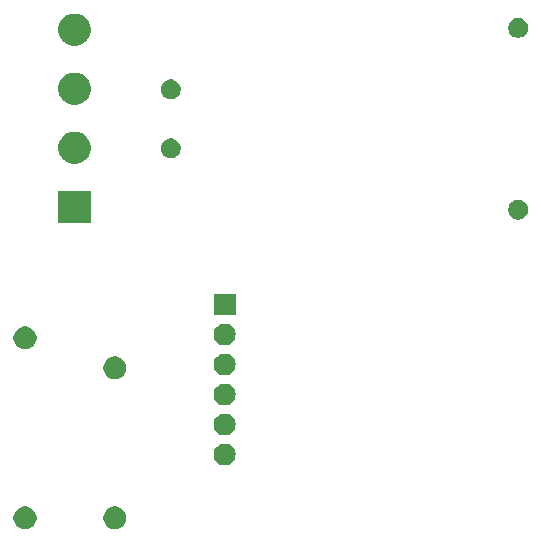
<source format=gbs>
G04 #@! TF.GenerationSoftware,KiCad,Pcbnew,5.0.2-bee76a0~70~ubuntu18.04.1*
G04 #@! TF.CreationDate,2019-08-21T20:27:37+02:00*
G04 #@! TF.ProjectId,Ceiling lamp,4365696c-696e-4672-906c-616d702e6b69,rev?*
G04 #@! TF.SameCoordinates,Original*
G04 #@! TF.FileFunction,Soldermask,Bot*
G04 #@! TF.FilePolarity,Negative*
%FSLAX46Y46*%
G04 Gerber Fmt 4.6, Leading zero omitted, Abs format (unit mm)*
G04 Created by KiCad (PCBNEW 5.0.2-bee76a0~70~ubuntu18.04.1) date mié 21 ago 2019 20:27:37 CEST*
%MOMM*%
%LPD*%
G01*
G04 APERTURE LIST*
%ADD10C,0.100000*%
G04 APERTURE END LIST*
D10*
G36*
X80899397Y-90927468D02*
X81076836Y-91000966D01*
X81236527Y-91107668D01*
X81372332Y-91243473D01*
X81479034Y-91403164D01*
X81552532Y-91580603D01*
X81590000Y-91768971D01*
X81590000Y-91961029D01*
X81552532Y-92149397D01*
X81479034Y-92326836D01*
X81372332Y-92486527D01*
X81236527Y-92622332D01*
X81076836Y-92729034D01*
X80899397Y-92802532D01*
X80711029Y-92840000D01*
X80518971Y-92840000D01*
X80330603Y-92802532D01*
X80153164Y-92729034D01*
X79993473Y-92622332D01*
X79857668Y-92486527D01*
X79750966Y-92326836D01*
X79677468Y-92149397D01*
X79640000Y-91961029D01*
X79640000Y-91768971D01*
X79677468Y-91580603D01*
X79750966Y-91403164D01*
X79857668Y-91243473D01*
X79993473Y-91107668D01*
X80153164Y-91000966D01*
X80330603Y-90927468D01*
X80518971Y-90890000D01*
X80711029Y-90890000D01*
X80899397Y-90927468D01*
X80899397Y-90927468D01*
G37*
G36*
X73299397Y-90927468D02*
X73476836Y-91000966D01*
X73636527Y-91107668D01*
X73772332Y-91243473D01*
X73879034Y-91403164D01*
X73952532Y-91580603D01*
X73990000Y-91768971D01*
X73990000Y-91961029D01*
X73952532Y-92149397D01*
X73879034Y-92326836D01*
X73772332Y-92486527D01*
X73636527Y-92622332D01*
X73476836Y-92729034D01*
X73299397Y-92802532D01*
X73111029Y-92840000D01*
X72918971Y-92840000D01*
X72730603Y-92802532D01*
X72553164Y-92729034D01*
X72393473Y-92622332D01*
X72257668Y-92486527D01*
X72150966Y-92326836D01*
X72077468Y-92149397D01*
X72040000Y-91961029D01*
X72040000Y-91768971D01*
X72077468Y-91580603D01*
X72150966Y-91403164D01*
X72257668Y-91243473D01*
X72393473Y-91107668D01*
X72553164Y-91000966D01*
X72730603Y-90927468D01*
X72918971Y-90890000D01*
X73111029Y-90890000D01*
X73299397Y-90927468D01*
X73299397Y-90927468D01*
G37*
G36*
X90097330Y-85575384D02*
X90271696Y-85628277D01*
X90432390Y-85714170D01*
X90573238Y-85829762D01*
X90688830Y-85970610D01*
X90774723Y-86131304D01*
X90827616Y-86305670D01*
X90845475Y-86487000D01*
X90827616Y-86668330D01*
X90774723Y-86842696D01*
X90688830Y-87003390D01*
X90573238Y-87144238D01*
X90432390Y-87259830D01*
X90271696Y-87345723D01*
X90097330Y-87398616D01*
X89961438Y-87412000D01*
X89870562Y-87412000D01*
X89734670Y-87398616D01*
X89560304Y-87345723D01*
X89399610Y-87259830D01*
X89258762Y-87144238D01*
X89143170Y-87003390D01*
X89057277Y-86842696D01*
X89004384Y-86668330D01*
X88986525Y-86487000D01*
X89004384Y-86305670D01*
X89057277Y-86131304D01*
X89143170Y-85970610D01*
X89258762Y-85829762D01*
X89399610Y-85714170D01*
X89560304Y-85628277D01*
X89734670Y-85575384D01*
X89870562Y-85562000D01*
X89961438Y-85562000D01*
X90097330Y-85575384D01*
X90097330Y-85575384D01*
G37*
G36*
X90097330Y-83035384D02*
X90271696Y-83088277D01*
X90432390Y-83174170D01*
X90573238Y-83289762D01*
X90688830Y-83430610D01*
X90774723Y-83591304D01*
X90827616Y-83765670D01*
X90845475Y-83947000D01*
X90827616Y-84128330D01*
X90774723Y-84302696D01*
X90688830Y-84463390D01*
X90573238Y-84604238D01*
X90432390Y-84719830D01*
X90271696Y-84805723D01*
X90097330Y-84858616D01*
X89961438Y-84872000D01*
X89870562Y-84872000D01*
X89734670Y-84858616D01*
X89560304Y-84805723D01*
X89399610Y-84719830D01*
X89258762Y-84604238D01*
X89143170Y-84463390D01*
X89057277Y-84302696D01*
X89004384Y-84128330D01*
X88986525Y-83947000D01*
X89004384Y-83765670D01*
X89057277Y-83591304D01*
X89143170Y-83430610D01*
X89258762Y-83289762D01*
X89399610Y-83174170D01*
X89560304Y-83088277D01*
X89734670Y-83035384D01*
X89870562Y-83022000D01*
X89961438Y-83022000D01*
X90097330Y-83035384D01*
X90097330Y-83035384D01*
G37*
G36*
X90097330Y-80495384D02*
X90271696Y-80548277D01*
X90432390Y-80634170D01*
X90573238Y-80749762D01*
X90688830Y-80890610D01*
X90774723Y-81051304D01*
X90827616Y-81225670D01*
X90845475Y-81407000D01*
X90827616Y-81588330D01*
X90774723Y-81762696D01*
X90688830Y-81923390D01*
X90573238Y-82064238D01*
X90432390Y-82179830D01*
X90271696Y-82265723D01*
X90097330Y-82318616D01*
X89961438Y-82332000D01*
X89870562Y-82332000D01*
X89734670Y-82318616D01*
X89560304Y-82265723D01*
X89399610Y-82179830D01*
X89258762Y-82064238D01*
X89143170Y-81923390D01*
X89057277Y-81762696D01*
X89004384Y-81588330D01*
X88986525Y-81407000D01*
X89004384Y-81225670D01*
X89057277Y-81051304D01*
X89143170Y-80890610D01*
X89258762Y-80749762D01*
X89399610Y-80634170D01*
X89560304Y-80548277D01*
X89734670Y-80495384D01*
X89870562Y-80482000D01*
X89961438Y-80482000D01*
X90097330Y-80495384D01*
X90097330Y-80495384D01*
G37*
G36*
X80899397Y-78227468D02*
X81076836Y-78300966D01*
X81236527Y-78407668D01*
X81372332Y-78543473D01*
X81479034Y-78703164D01*
X81552532Y-78880603D01*
X81590000Y-79068971D01*
X81590000Y-79261029D01*
X81552532Y-79449397D01*
X81479034Y-79626836D01*
X81372332Y-79786527D01*
X81236527Y-79922332D01*
X81076836Y-80029034D01*
X80899397Y-80102532D01*
X80711029Y-80140000D01*
X80518971Y-80140000D01*
X80330603Y-80102532D01*
X80153164Y-80029034D01*
X79993473Y-79922332D01*
X79857668Y-79786527D01*
X79750966Y-79626836D01*
X79677468Y-79449397D01*
X79640000Y-79261029D01*
X79640000Y-79068971D01*
X79677468Y-78880603D01*
X79750966Y-78703164D01*
X79857668Y-78543473D01*
X79993473Y-78407668D01*
X80153164Y-78300966D01*
X80330603Y-78227468D01*
X80518971Y-78190000D01*
X80711029Y-78190000D01*
X80899397Y-78227468D01*
X80899397Y-78227468D01*
G37*
G36*
X90097330Y-77955384D02*
X90271696Y-78008277D01*
X90432390Y-78094170D01*
X90573238Y-78209762D01*
X90688830Y-78350610D01*
X90774723Y-78511304D01*
X90827616Y-78685670D01*
X90845475Y-78867000D01*
X90827616Y-79048330D01*
X90774723Y-79222696D01*
X90688830Y-79383390D01*
X90573238Y-79524238D01*
X90432390Y-79639830D01*
X90271696Y-79725723D01*
X90097330Y-79778616D01*
X89961438Y-79792000D01*
X89870562Y-79792000D01*
X89734670Y-79778616D01*
X89560304Y-79725723D01*
X89399610Y-79639830D01*
X89258762Y-79524238D01*
X89143170Y-79383390D01*
X89057277Y-79222696D01*
X89004384Y-79048330D01*
X88986525Y-78867000D01*
X89004384Y-78685670D01*
X89057277Y-78511304D01*
X89143170Y-78350610D01*
X89258762Y-78209762D01*
X89399610Y-78094170D01*
X89560304Y-78008277D01*
X89734670Y-77955384D01*
X89870562Y-77942000D01*
X89961438Y-77942000D01*
X90097330Y-77955384D01*
X90097330Y-77955384D01*
G37*
G36*
X73299397Y-75687468D02*
X73476836Y-75760966D01*
X73636527Y-75867668D01*
X73772332Y-76003473D01*
X73879034Y-76163164D01*
X73952532Y-76340603D01*
X73990000Y-76528971D01*
X73990000Y-76721029D01*
X73952532Y-76909397D01*
X73879034Y-77086836D01*
X73772332Y-77246527D01*
X73636527Y-77382332D01*
X73476836Y-77489034D01*
X73299397Y-77562532D01*
X73111029Y-77600000D01*
X72918971Y-77600000D01*
X72730603Y-77562532D01*
X72553164Y-77489034D01*
X72393473Y-77382332D01*
X72257668Y-77246527D01*
X72150966Y-77086836D01*
X72077468Y-76909397D01*
X72040000Y-76721029D01*
X72040000Y-76528971D01*
X72077468Y-76340603D01*
X72150966Y-76163164D01*
X72257668Y-76003473D01*
X72393473Y-75867668D01*
X72553164Y-75760966D01*
X72730603Y-75687468D01*
X72918971Y-75650000D01*
X73111029Y-75650000D01*
X73299397Y-75687468D01*
X73299397Y-75687468D01*
G37*
G36*
X90097330Y-75415384D02*
X90271696Y-75468277D01*
X90432390Y-75554170D01*
X90573238Y-75669762D01*
X90688830Y-75810610D01*
X90774723Y-75971304D01*
X90827616Y-76145670D01*
X90845475Y-76327000D01*
X90827616Y-76508330D01*
X90774723Y-76682696D01*
X90688830Y-76843390D01*
X90573238Y-76984238D01*
X90432390Y-77099830D01*
X90271696Y-77185723D01*
X90097330Y-77238616D01*
X89961438Y-77252000D01*
X89870562Y-77252000D01*
X89734670Y-77238616D01*
X89560304Y-77185723D01*
X89399610Y-77099830D01*
X89258762Y-76984238D01*
X89143170Y-76843390D01*
X89057277Y-76682696D01*
X89004384Y-76508330D01*
X88986525Y-76327000D01*
X89004384Y-76145670D01*
X89057277Y-75971304D01*
X89143170Y-75810610D01*
X89258762Y-75669762D01*
X89399610Y-75554170D01*
X89560304Y-75468277D01*
X89734670Y-75415384D01*
X89870562Y-75402000D01*
X89961438Y-75402000D01*
X90097330Y-75415384D01*
X90097330Y-75415384D01*
G37*
G36*
X90841000Y-74712000D02*
X88991000Y-74712000D01*
X88991000Y-72862000D01*
X90841000Y-72862000D01*
X90841000Y-74712000D01*
X90841000Y-74712000D01*
G37*
G36*
X78591000Y-66907000D02*
X75841000Y-66907000D01*
X75841000Y-64157000D01*
X78591000Y-64157000D01*
X78591000Y-66907000D01*
X78591000Y-66907000D01*
G37*
G36*
X115002144Y-64967165D02*
X115154469Y-65030260D01*
X115291557Y-65121860D01*
X115408140Y-65238443D01*
X115499740Y-65375531D01*
X115562835Y-65527856D01*
X115595000Y-65689561D01*
X115595000Y-65854439D01*
X115562835Y-66016144D01*
X115499740Y-66168469D01*
X115408140Y-66305557D01*
X115291557Y-66422140D01*
X115154469Y-66513740D01*
X115002144Y-66576835D01*
X114840439Y-66609000D01*
X114675561Y-66609000D01*
X114513856Y-66576835D01*
X114361531Y-66513740D01*
X114224443Y-66422140D01*
X114107860Y-66305557D01*
X114016260Y-66168469D01*
X113953165Y-66016144D01*
X113921000Y-65854439D01*
X113921000Y-65689561D01*
X113953165Y-65527856D01*
X114016260Y-65375531D01*
X114107860Y-65238443D01*
X114224443Y-65121860D01*
X114361531Y-65030260D01*
X114513856Y-64967165D01*
X114675561Y-64935000D01*
X114840439Y-64935000D01*
X115002144Y-64967165D01*
X115002144Y-64967165D01*
G37*
G36*
X77617072Y-59209840D02*
X77867304Y-59313489D01*
X78092515Y-59463971D01*
X78284029Y-59655485D01*
X78434511Y-59880696D01*
X78538160Y-60130928D01*
X78591000Y-60396573D01*
X78591000Y-60667427D01*
X78538160Y-60933072D01*
X78434511Y-61183304D01*
X78434509Y-61183307D01*
X78408562Y-61222140D01*
X78284029Y-61408515D01*
X78092515Y-61600029D01*
X77867304Y-61750511D01*
X77617072Y-61854160D01*
X77351427Y-61907000D01*
X77080573Y-61907000D01*
X76814928Y-61854160D01*
X76564696Y-61750511D01*
X76339485Y-61600029D01*
X76147971Y-61408515D01*
X76023439Y-61222140D01*
X75997491Y-61183307D01*
X75997489Y-61183304D01*
X75893840Y-60933072D01*
X75841000Y-60667427D01*
X75841000Y-60396573D01*
X75893840Y-60130928D01*
X75997489Y-59880696D01*
X76147971Y-59655485D01*
X76339485Y-59463971D01*
X76564696Y-59313489D01*
X76814928Y-59209840D01*
X77080573Y-59157000D01*
X77351427Y-59157000D01*
X77617072Y-59209840D01*
X77617072Y-59209840D01*
G37*
G36*
X85602144Y-59767165D02*
X85754469Y-59830260D01*
X85891557Y-59921860D01*
X86008140Y-60038443D01*
X86099740Y-60175531D01*
X86162835Y-60327856D01*
X86195000Y-60489561D01*
X86195000Y-60654439D01*
X86162835Y-60816144D01*
X86099740Y-60968469D01*
X86008140Y-61105557D01*
X85891557Y-61222140D01*
X85754469Y-61313740D01*
X85602144Y-61376835D01*
X85440439Y-61409000D01*
X85275561Y-61409000D01*
X85113856Y-61376835D01*
X84961531Y-61313740D01*
X84824443Y-61222140D01*
X84707860Y-61105557D01*
X84616260Y-60968469D01*
X84553165Y-60816144D01*
X84521000Y-60654439D01*
X84521000Y-60489561D01*
X84553165Y-60327856D01*
X84616260Y-60175531D01*
X84707860Y-60038443D01*
X84824443Y-59921860D01*
X84961531Y-59830260D01*
X85113856Y-59767165D01*
X85275561Y-59735000D01*
X85440439Y-59735000D01*
X85602144Y-59767165D01*
X85602144Y-59767165D01*
G37*
G36*
X77617072Y-54209840D02*
X77867304Y-54313489D01*
X78092515Y-54463971D01*
X78284029Y-54655485D01*
X78434511Y-54880696D01*
X78538160Y-55130928D01*
X78591000Y-55396573D01*
X78591000Y-55667427D01*
X78538160Y-55933072D01*
X78434511Y-56183304D01*
X78434509Y-56183307D01*
X78408562Y-56222140D01*
X78284029Y-56408515D01*
X78092515Y-56600029D01*
X77867304Y-56750511D01*
X77617072Y-56854160D01*
X77351427Y-56907000D01*
X77080573Y-56907000D01*
X76814928Y-56854160D01*
X76564696Y-56750511D01*
X76339485Y-56600029D01*
X76147971Y-56408515D01*
X76023439Y-56222140D01*
X75997491Y-56183307D01*
X75997489Y-56183304D01*
X75893840Y-55933072D01*
X75841000Y-55667427D01*
X75841000Y-55396573D01*
X75893840Y-55130928D01*
X75997489Y-54880696D01*
X76147971Y-54655485D01*
X76339485Y-54463971D01*
X76564696Y-54313489D01*
X76814928Y-54209840D01*
X77080573Y-54157000D01*
X77351427Y-54157000D01*
X77617072Y-54209840D01*
X77617072Y-54209840D01*
G37*
G36*
X85602144Y-54767165D02*
X85754469Y-54830260D01*
X85891557Y-54921860D01*
X86008140Y-55038443D01*
X86099740Y-55175531D01*
X86162835Y-55327856D01*
X86195000Y-55489561D01*
X86195000Y-55654439D01*
X86162835Y-55816144D01*
X86099740Y-55968469D01*
X86008140Y-56105557D01*
X85891557Y-56222140D01*
X85754469Y-56313740D01*
X85602144Y-56376835D01*
X85440439Y-56409000D01*
X85275561Y-56409000D01*
X85113856Y-56376835D01*
X84961531Y-56313740D01*
X84824443Y-56222140D01*
X84707860Y-56105557D01*
X84616260Y-55968469D01*
X84553165Y-55816144D01*
X84521000Y-55654439D01*
X84521000Y-55489561D01*
X84553165Y-55327856D01*
X84616260Y-55175531D01*
X84707860Y-55038443D01*
X84824443Y-54921860D01*
X84961531Y-54830260D01*
X85113856Y-54767165D01*
X85275561Y-54735000D01*
X85440439Y-54735000D01*
X85602144Y-54767165D01*
X85602144Y-54767165D01*
G37*
G36*
X77617072Y-49209840D02*
X77867304Y-49313489D01*
X78092515Y-49463971D01*
X78284029Y-49655485D01*
X78434511Y-49880696D01*
X78538160Y-50130928D01*
X78591000Y-50396573D01*
X78591000Y-50667427D01*
X78538160Y-50933072D01*
X78434511Y-51183304D01*
X78284029Y-51408515D01*
X78092515Y-51600029D01*
X77867304Y-51750511D01*
X77617072Y-51854160D01*
X77351427Y-51907000D01*
X77080573Y-51907000D01*
X76814928Y-51854160D01*
X76564696Y-51750511D01*
X76339485Y-51600029D01*
X76147971Y-51408515D01*
X75997489Y-51183304D01*
X75893840Y-50933072D01*
X75841000Y-50667427D01*
X75841000Y-50396573D01*
X75893840Y-50130928D01*
X75997489Y-49880696D01*
X76147971Y-49655485D01*
X76339485Y-49463971D01*
X76564696Y-49313489D01*
X76814928Y-49209840D01*
X77080573Y-49157000D01*
X77351427Y-49157000D01*
X77617072Y-49209840D01*
X77617072Y-49209840D01*
G37*
G36*
X115002144Y-49567165D02*
X115154469Y-49630260D01*
X115291557Y-49721860D01*
X115408140Y-49838443D01*
X115499740Y-49975531D01*
X115562835Y-50127856D01*
X115595000Y-50289561D01*
X115595000Y-50454439D01*
X115562835Y-50616144D01*
X115499740Y-50768469D01*
X115408140Y-50905557D01*
X115291557Y-51022140D01*
X115154469Y-51113740D01*
X115002144Y-51176835D01*
X114840439Y-51209000D01*
X114675561Y-51209000D01*
X114513856Y-51176835D01*
X114361531Y-51113740D01*
X114224443Y-51022140D01*
X114107860Y-50905557D01*
X114016260Y-50768469D01*
X113953165Y-50616144D01*
X113921000Y-50454439D01*
X113921000Y-50289561D01*
X113953165Y-50127856D01*
X114016260Y-49975531D01*
X114107860Y-49838443D01*
X114224443Y-49721860D01*
X114361531Y-49630260D01*
X114513856Y-49567165D01*
X114675561Y-49535000D01*
X114840439Y-49535000D01*
X115002144Y-49567165D01*
X115002144Y-49567165D01*
G37*
M02*

</source>
